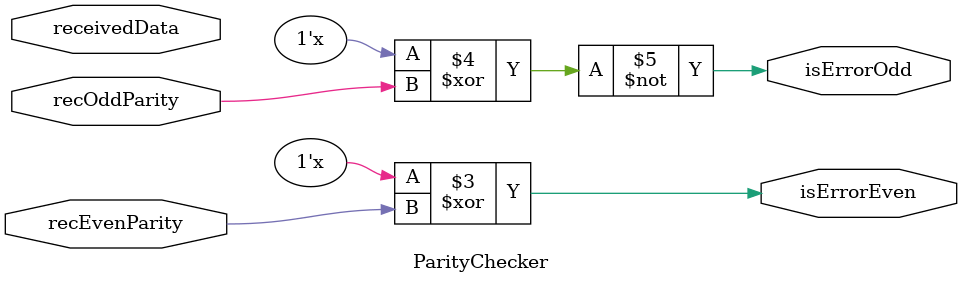
<source format=sv>
`timescale 1ns / 1ps

module ParityChecker(	input  wire [63:0] receivedData, 
			input  wire recEvenParity,
			input  wire recOddParity,
			output reg isErrorEven,
			output reg isErrorOdd
    		     );
	reg temp;
	
	always_comb
	begin
	
		temp <= ^receivedData;
		
		isErrorEven <= temp ^ recEvenParity;  
		isErrorOdd  <= ~(temp ^ recOddParity);
		
	end
			
endmodule

</source>
